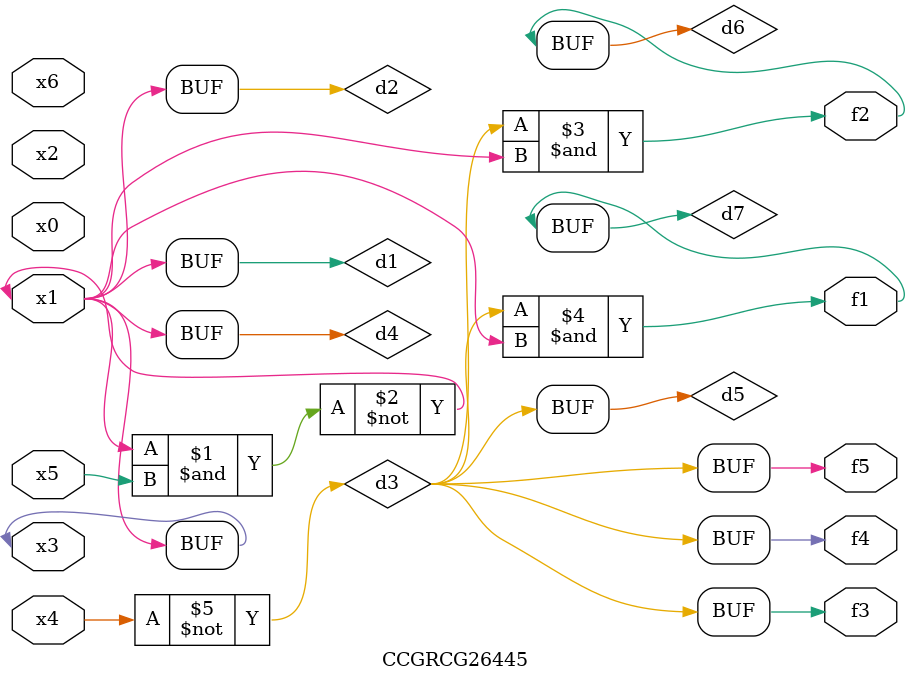
<source format=v>
module CCGRCG26445(
	input x0, x1, x2, x3, x4, x5, x6,
	output f1, f2, f3, f4, f5
);

	wire d1, d2, d3, d4, d5, d6, d7;

	buf (d1, x1, x3);
	nand (d2, x1, x5);
	not (d3, x4);
	buf (d4, d1, d2);
	buf (d5, d3);
	and (d6, d3, d4);
	and (d7, d3, d4);
	assign f1 = d7;
	assign f2 = d6;
	assign f3 = d5;
	assign f4 = d5;
	assign f5 = d5;
endmodule

</source>
